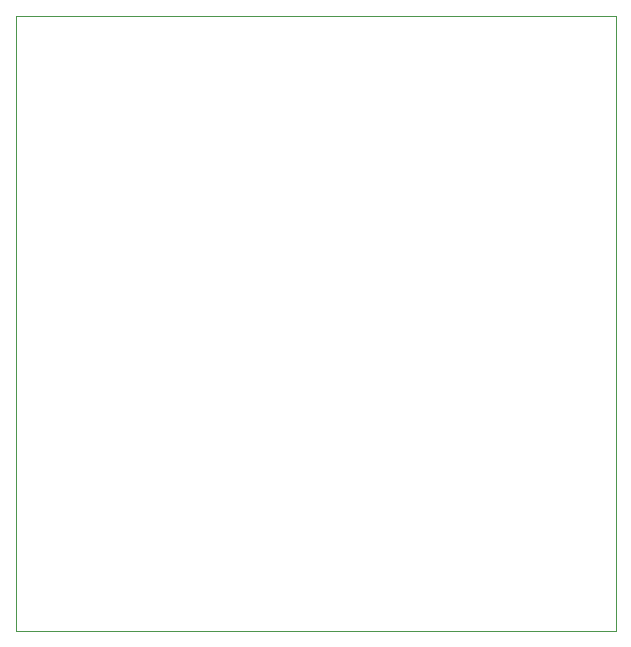
<source format=gbr>
%TF.GenerationSoftware,KiCad,Pcbnew,7.0.6*%
%TF.CreationDate,2023-07-17T15:49:29+01:00*%
%TF.ProjectId,med_assoc_lick_sens_addon,6d65645f-6173-4736-9f63-5f6c69636b5f,rev?*%
%TF.SameCoordinates,Original*%
%TF.FileFunction,Profile,NP*%
%FSLAX46Y46*%
G04 Gerber Fmt 4.6, Leading zero omitted, Abs format (unit mm)*
G04 Created by KiCad (PCBNEW 7.0.6) date 2023-07-17 15:49:29*
%MOMM*%
%LPD*%
G01*
G04 APERTURE LIST*
%TA.AperFunction,Profile*%
%ADD10C,0.100000*%
%TD*%
G04 APERTURE END LIST*
D10*
X139700000Y-35560000D02*
X190500000Y-35560000D01*
X190500000Y-87630000D01*
X139700000Y-87630000D01*
X139700000Y-35560000D01*
M02*

</source>
